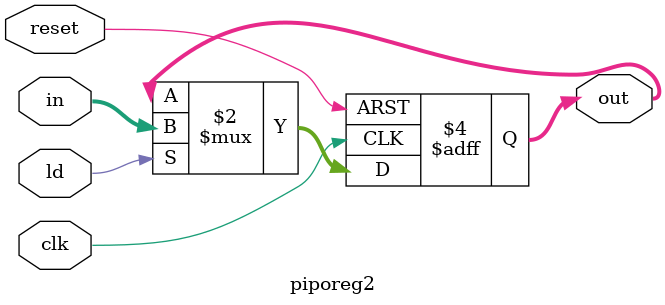
<source format=v>
`timescale 1ns / 1ps


module piporeg2(output reg [15:0] out, input [15:0] in, input ld,clk,reset);
always @(posedge clk, posedge reset)
begin
    if(reset)
        out <= 0;
    else if(ld)
        out <= in;
end
endmodule

</source>
